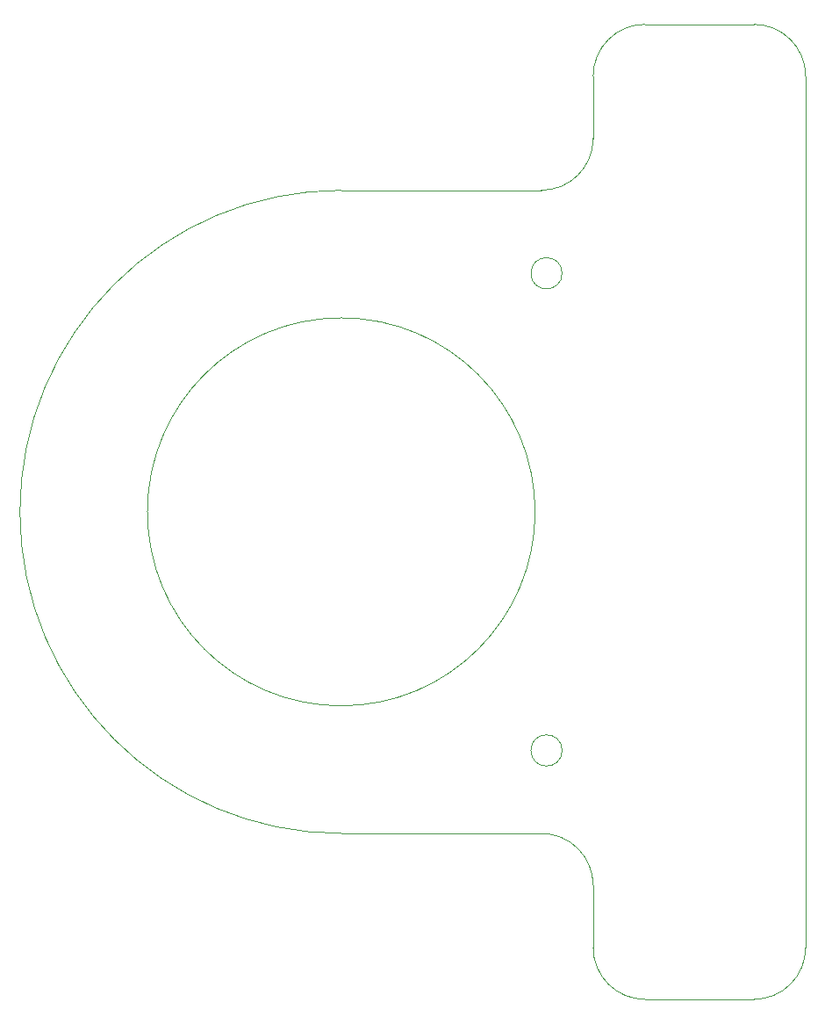
<source format=gbr>
G04 #@! TF.GenerationSoftware,KiCad,Pcbnew,9.0.2*
G04 #@! TF.CreationDate,2025-09-19T15:50:49-04:00*
G04 #@! TF.ProjectId,Trackball,54726163-6b62-4616-9c6c-2e6b69636164,rev?*
G04 #@! TF.SameCoordinates,Original*
G04 #@! TF.FileFunction,Profile,NP*
%FSLAX46Y46*%
G04 Gerber Fmt 4.6, Leading zero omitted, Abs format (unit mm)*
G04 Created by KiCad (PCBNEW 9.0.2) date 2025-09-19 15:50:49*
%MOMM*%
%LPD*%
G01*
G04 APERTURE LIST*
G04 #@! TA.AperFunction,Profile*
%ADD10C,0.050000*%
G04 #@! TD*
G04 APERTURE END LIST*
D10*
X366725000Y-59600000D02*
G75*
G02*
X371725000Y-54600000I5000000J0D01*
G01*
X371725000Y-54600000D02*
X382225000Y-54600000D01*
X387225000Y-101600000D02*
X387225000Y-143600000D01*
X371725000Y-148600000D02*
G75*
G02*
X366725000Y-143600000I0J5000000D01*
G01*
X366725000Y-65600000D02*
G75*
G02*
X361725000Y-70600000I-5000000J0D01*
G01*
X371725000Y-148600000D02*
X382225000Y-148600000D01*
X363728330Y-78600000D02*
G75*
G02*
X360721670Y-78600000I-1503330J0D01*
G01*
X360721670Y-78600000D02*
G75*
G02*
X363728330Y-78600000I1503330J0D01*
G01*
X342425000Y-132600000D02*
X361725000Y-132600000D01*
X363728330Y-124600000D02*
G75*
G02*
X360721670Y-124600000I-1503330J0D01*
G01*
X360721670Y-124600000D02*
G75*
G02*
X363728330Y-124600000I1503330J0D01*
G01*
X342425000Y-132600000D02*
G75*
G02*
X342425000Y-70600000I0J31000000D01*
G01*
X387225000Y-143600000D02*
G75*
G02*
X382225000Y-148600000I-5000000J0D01*
G01*
X361725000Y-132600000D02*
G75*
G02*
X366725000Y-137600000I0J-5000000D01*
G01*
X361125000Y-101600000D02*
G75*
G02*
X323725000Y-101600000I-18700000J0D01*
G01*
X323725000Y-101600000D02*
G75*
G02*
X361125000Y-101600000I18700000J0D01*
G01*
X366725000Y-59600000D02*
X366725000Y-65600000D01*
X366725000Y-143600000D02*
X366725000Y-137600000D01*
X387225000Y-101600000D02*
X387225000Y-59600000D01*
X382225000Y-54600000D02*
G75*
G02*
X387225000Y-59600000I0J-5000000D01*
G01*
X342425000Y-70600000D02*
X361725000Y-70600000D01*
M02*

</source>
